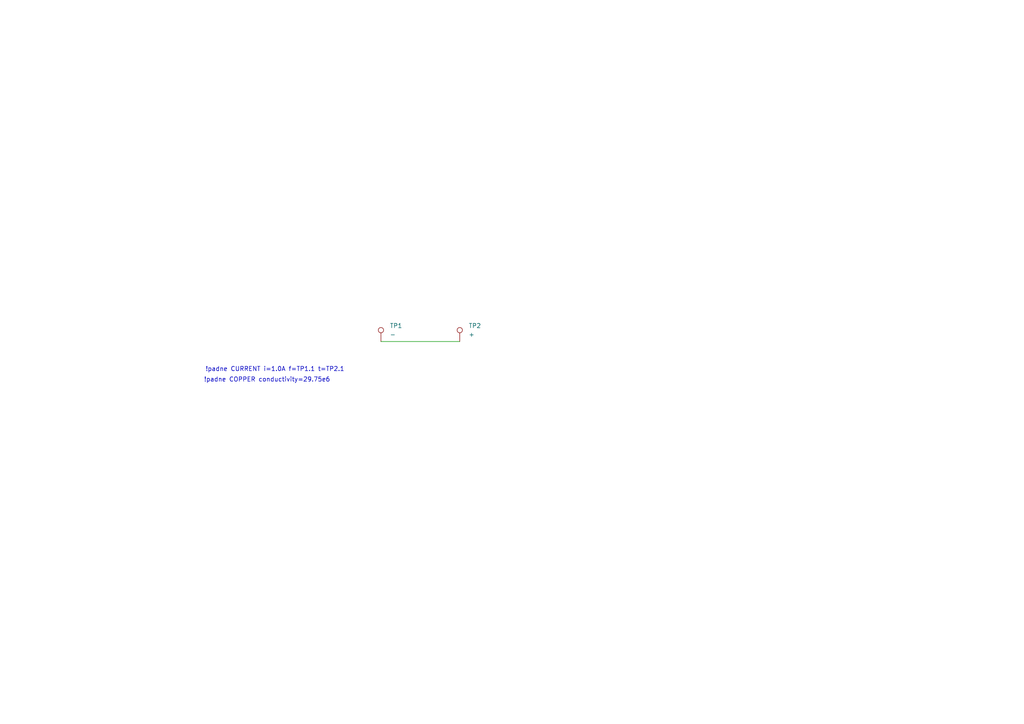
<source format=kicad_sch>
(kicad_sch (version 20231120) (generator "eeschema") (generator_version "8.0")
  (paper "A4")
  (lib_symbols
    (symbol "Connector:TestPoint" (pin_numbers hide) (pin_names (offset 0.762) hide)
      (property "Reference" "TP" (at 0 6.858 0))
      (property "Value" "TestPoint" (at 0 5.08 0))
      (symbol "TestPoint_0_1"
        (circle (center 0 3.302) (radius 0.762))
      )
      (symbol "TestPoint_1_1"
        (pin passive line (at 0 0 90) (length 2.54) (name "1") (number "1"))
      )
    )
  )
  (wire (pts (xy 110.49 99.06) (xy 133.35 99.06)))
  (text "!padne CURRENT i=1.0A f=TP1.1 t=TP2.1" (at 79.756 107.188 0) (effects (font (size 1.27 1.27))))
  (text "!padne COPPER conductivity=29.75e6" (at 77.47 110.236 0) (effects (font (size 1.27 1.27))))
  (symbol (lib_id "Connector:TestPoint") (at 133.35 99.06 0) (unit 1)
    (property "Reference" "TP2" (at 135.89 94.4879 0) (effects (justify left)))
    (property "Value" "+" (at 135.89 97.0279 0) (effects (justify left)))
    (property "Footprint" "TestPoint:TestPoint_Pad_D2.0mm" (effects (hide yes)))
    (property "Description" "test point" (effects (hide yes)))
  )
  (symbol (lib_id "Connector:TestPoint") (at 110.49 99.06 0) (unit 1)
    (property "Reference" "TP1" (at 113.03 94.4879 0) (effects (justify left)))
    (property "Value" "-" (at 113.03 97.0279 0) (effects (justify left)))
    (property "Footprint" "TestPoint:TestPoint_Pad_D2.0mm" (effects (hide yes)))
    (property "Description" "test point" (effects (hide yes)))
  )
)
</source>
